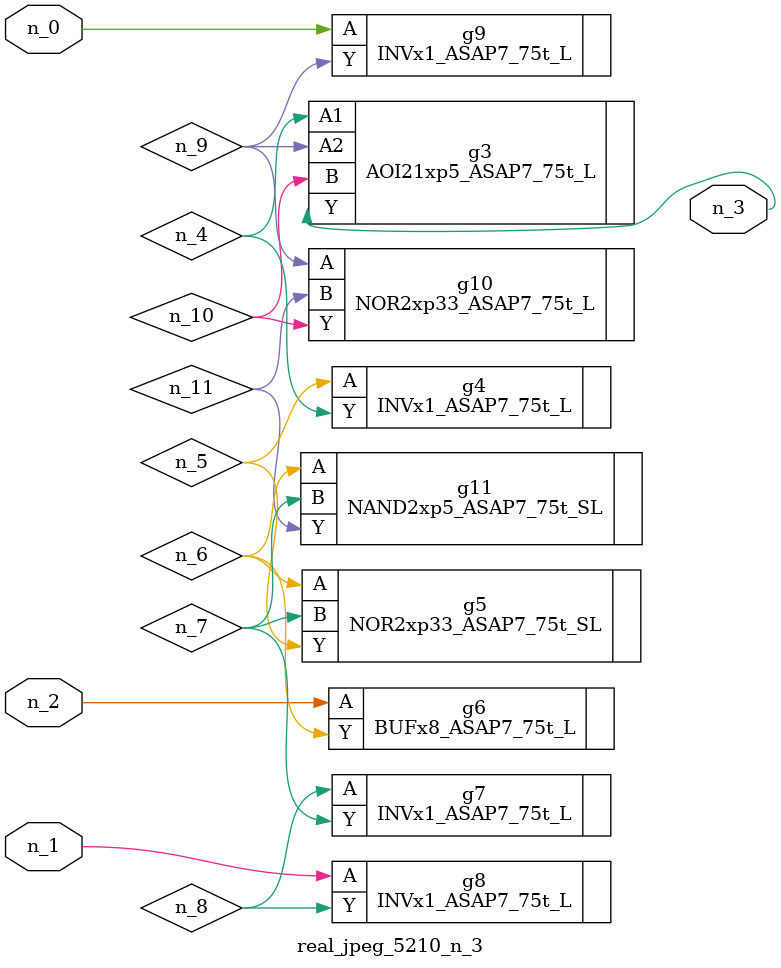
<source format=v>
module real_jpeg_5210_n_3 (n_1, n_0, n_2, n_3);

input n_1;
input n_0;
input n_2;

output n_3;

wire n_5;
wire n_4;
wire n_8;
wire n_11;
wire n_6;
wire n_7;
wire n_10;
wire n_9;

INVx1_ASAP7_75t_L g9 ( 
.A(n_0),
.Y(n_9)
);

INVx1_ASAP7_75t_L g8 ( 
.A(n_1),
.Y(n_8)
);

BUFx8_ASAP7_75t_L g6 ( 
.A(n_2),
.Y(n_6)
);

AOI21xp5_ASAP7_75t_L g3 ( 
.A1(n_4),
.A2(n_9),
.B(n_10),
.Y(n_3)
);

INVx1_ASAP7_75t_L g4 ( 
.A(n_5),
.Y(n_4)
);

NOR2xp33_ASAP7_75t_SL g5 ( 
.A(n_6),
.B(n_7),
.Y(n_5)
);

NAND2xp5_ASAP7_75t_SL g11 ( 
.A(n_6),
.B(n_7),
.Y(n_11)
);

INVx1_ASAP7_75t_L g7 ( 
.A(n_8),
.Y(n_7)
);

NOR2xp33_ASAP7_75t_L g10 ( 
.A(n_9),
.B(n_11),
.Y(n_10)
);


endmodule
</source>
